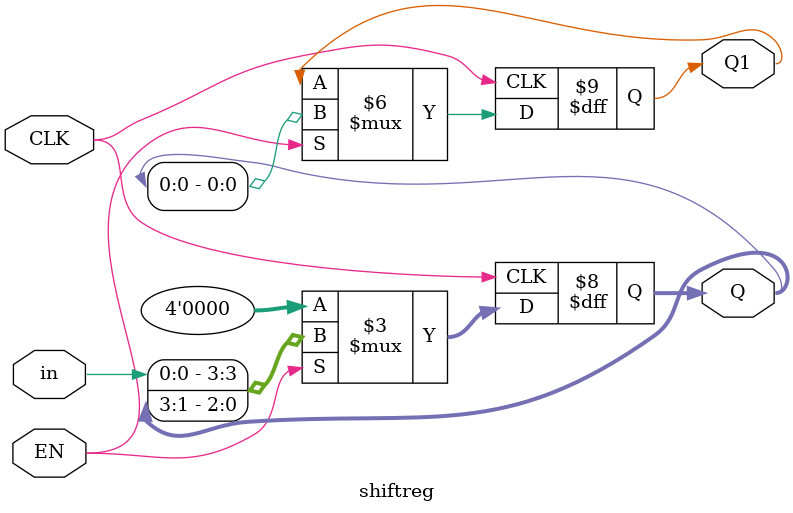
<source format=v>
module shiftreg(Q, Q1, EN, in, CLK);

parameter n=4;
input in,EN,CLK;
output Q1;
reg Q1;
output [3:0] Q;
reg [3:0] Q;

always @(posedge CLK)
begin
if (EN)
begin
Q1 = Q[0];
Q={in, Q[n-1:1]};
end
else
Q = 4'b0000;
end
endmodule
</source>
